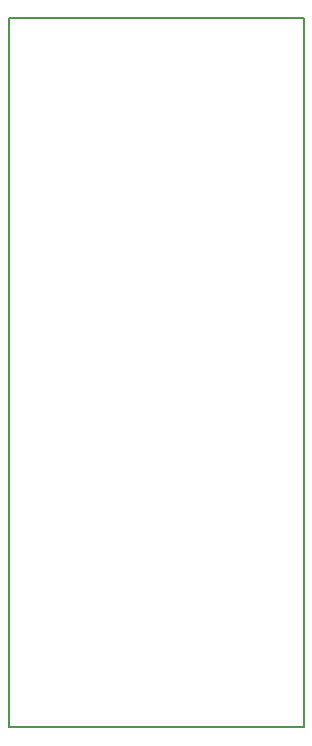
<source format=gbr>
%TF.GenerationSoftware,KiCad,Pcbnew,7.0.5*%
%TF.CreationDate,2023-12-10T00:27:40-08:00*%
%TF.ProjectId,Lyrav3,4c797261-7633-42e6-9b69-6361645f7063,rev?*%
%TF.SameCoordinates,Original*%
%TF.FileFunction,Profile,NP*%
%FSLAX46Y46*%
G04 Gerber Fmt 4.6, Leading zero omitted, Abs format (unit mm)*
G04 Created by KiCad (PCBNEW 7.0.5) date 2023-12-10 00:27:40*
%MOMM*%
%LPD*%
G01*
G04 APERTURE LIST*
%TA.AperFunction,Profile*%
%ADD10C,0.200000*%
%TD*%
G04 APERTURE END LIST*
D10*
X183600000Y-59025000D02*
X208600000Y-59025000D01*
X208600000Y-119025000D01*
X183600000Y-119025000D01*
X183600000Y-59025000D01*
M02*

</source>
